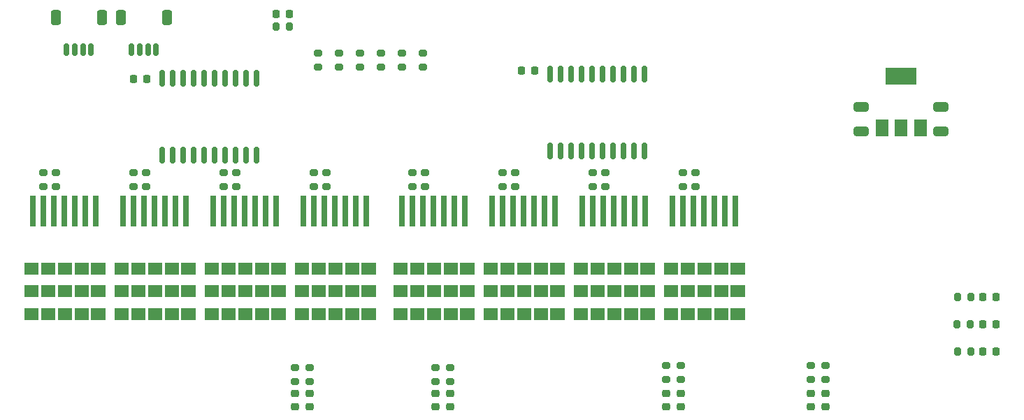
<source format=gtp>
G04 #@! TF.GenerationSoftware,KiCad,Pcbnew,(6.0.0)*
G04 #@! TF.CreationDate,2022-12-27T21:59:09-05:00*
G04 #@! TF.ProjectId,i2c BTS7960,69326320-4254-4533-9739-36302e6b6963,rev?*
G04 #@! TF.SameCoordinates,Original*
G04 #@! TF.FileFunction,Paste,Top*
G04 #@! TF.FilePolarity,Positive*
%FSLAX46Y46*%
G04 Gerber Fmt 4.6, Leading zero omitted, Abs format (unit mm)*
G04 Created by KiCad (PCBNEW (6.0.0)) date 2022-12-27 21:59:09*
%MOMM*%
%LPD*%
G01*
G04 APERTURE LIST*
G04 Aperture macros list*
%AMRoundRect*
0 Rectangle with rounded corners*
0 $1 Rounding radius*
0 $2 $3 $4 $5 $6 $7 $8 $9 X,Y pos of 4 corners*
0 Add a 4 corners polygon primitive as box body*
4,1,4,$2,$3,$4,$5,$6,$7,$8,$9,$2,$3,0*
0 Add four circle primitives for the rounded corners*
1,1,$1+$1,$2,$3*
1,1,$1+$1,$4,$5*
1,1,$1+$1,$6,$7*
1,1,$1+$1,$8,$9*
0 Add four rect primitives between the rounded corners*
20,1,$1+$1,$2,$3,$4,$5,0*
20,1,$1+$1,$4,$5,$6,$7,0*
20,1,$1+$1,$6,$7,$8,$9,0*
20,1,$1+$1,$8,$9,$2,$3,0*%
G04 Aperture macros list end*
%ADD10C,0.010000*%
%ADD11RoundRect,0.200000X-0.200000X-0.275000X0.200000X-0.275000X0.200000X0.275000X-0.200000X0.275000X0*%
%ADD12RoundRect,0.200000X0.275000X-0.200000X0.275000X0.200000X-0.275000X0.200000X-0.275000X-0.200000X0*%
%ADD13RoundRect,0.200000X-0.275000X0.200000X-0.275000X-0.200000X0.275000X-0.200000X0.275000X0.200000X0*%
%ADD14RoundRect,0.218750X0.256250X-0.218750X0.256250X0.218750X-0.256250X0.218750X-0.256250X-0.218750X0*%
%ADD15RoundRect,0.218750X0.218750X0.256250X-0.218750X0.256250X-0.218750X-0.256250X0.218750X-0.256250X0*%
%ADD16R,1.500000X2.000000*%
%ADD17R,3.800000X2.000000*%
%ADD18RoundRect,0.150000X0.150000X-0.875000X0.150000X0.875000X-0.150000X0.875000X-0.150000X-0.875000X0*%
%ADD19RoundRect,0.225000X0.225000X0.250000X-0.225000X0.250000X-0.225000X-0.250000X0.225000X-0.250000X0*%
%ADD20RoundRect,0.200000X0.200000X0.275000X-0.200000X0.275000X-0.200000X-0.275000X0.200000X-0.275000X0*%
%ADD21R,0.800000X3.810000*%
%ADD22RoundRect,0.150000X0.150000X0.625000X-0.150000X0.625000X-0.150000X-0.625000X0.150000X-0.625000X0*%
%ADD23RoundRect,0.250000X0.350000X0.650000X-0.350000X0.650000X-0.350000X-0.650000X0.350000X-0.650000X0*%
%ADD24RoundRect,0.250000X-0.650000X0.325000X-0.650000X-0.325000X0.650000X-0.325000X0.650000X0.325000X0*%
%ADD25RoundRect,0.218750X-0.218750X-0.256250X0.218750X-0.256250X0.218750X0.256250X-0.218750X0.256250X0*%
%ADD26RoundRect,0.250000X0.650000X-0.325000X0.650000X0.325000X-0.650000X0.325000X-0.650000X-0.325000X0*%
G04 APERTURE END LIST*
D10*
X151967000Y-112897000D02*
X151967000Y-114247000D01*
X151967000Y-114247000D02*
X150317000Y-114247000D01*
X150317000Y-114247000D02*
X150317000Y-112897000D01*
X150317000Y-112897000D02*
X151967000Y-112897000D01*
G36*
X151967000Y-114247000D02*
G01*
X150317000Y-114247000D01*
X150317000Y-112897000D01*
X151967000Y-112897000D01*
X151967000Y-114247000D01*
G37*
X151967000Y-114247000D02*
X150317000Y-114247000D01*
X150317000Y-112897000D01*
X151967000Y-112897000D01*
X151967000Y-114247000D01*
X149947000Y-118417000D02*
X149947000Y-119767000D01*
X149947000Y-119767000D02*
X148297000Y-119767000D01*
X148297000Y-119767000D02*
X148297000Y-118417000D01*
X148297000Y-118417000D02*
X149947000Y-118417000D01*
G36*
X149947000Y-119767000D02*
G01*
X148297000Y-119767000D01*
X148297000Y-118417000D01*
X149947000Y-118417000D01*
X149947000Y-119767000D01*
G37*
X149947000Y-119767000D02*
X148297000Y-119767000D01*
X148297000Y-118417000D01*
X149947000Y-118417000D01*
X149947000Y-119767000D01*
X149947000Y-115657000D02*
X149947000Y-117007000D01*
X149947000Y-117007000D02*
X148297000Y-117007000D01*
X148297000Y-117007000D02*
X148297000Y-115657000D01*
X148297000Y-115657000D02*
X149947000Y-115657000D01*
G36*
X149947000Y-117007000D02*
G01*
X148297000Y-117007000D01*
X148297000Y-115657000D01*
X149947000Y-115657000D01*
X149947000Y-117007000D01*
G37*
X149947000Y-117007000D02*
X148297000Y-117007000D01*
X148297000Y-115657000D01*
X149947000Y-115657000D01*
X149947000Y-117007000D01*
X153987000Y-118417000D02*
X153987000Y-119767000D01*
X153987000Y-119767000D02*
X152337000Y-119767000D01*
X152337000Y-119767000D02*
X152337000Y-118417000D01*
X152337000Y-118417000D02*
X153987000Y-118417000D01*
G36*
X153987000Y-119767000D02*
G01*
X152337000Y-119767000D01*
X152337000Y-118417000D01*
X153987000Y-118417000D01*
X153987000Y-119767000D01*
G37*
X153987000Y-119767000D02*
X152337000Y-119767000D01*
X152337000Y-118417000D01*
X153987000Y-118417000D01*
X153987000Y-119767000D01*
X149947000Y-112897000D02*
X149947000Y-114247000D01*
X149947000Y-114247000D02*
X148297000Y-114247000D01*
X148297000Y-114247000D02*
X148297000Y-112897000D01*
X148297000Y-112897000D02*
X149947000Y-112897000D01*
G36*
X149947000Y-114247000D02*
G01*
X148297000Y-114247000D01*
X148297000Y-112897000D01*
X149947000Y-112897000D01*
X149947000Y-114247000D01*
G37*
X149947000Y-114247000D02*
X148297000Y-114247000D01*
X148297000Y-112897000D01*
X149947000Y-112897000D01*
X149947000Y-114247000D01*
X156007000Y-112897000D02*
X156007000Y-114247000D01*
X156007000Y-114247000D02*
X154357000Y-114247000D01*
X154357000Y-114247000D02*
X154357000Y-112897000D01*
X154357000Y-112897000D02*
X156007000Y-112897000D01*
G36*
X156007000Y-114247000D02*
G01*
X154357000Y-114247000D01*
X154357000Y-112897000D01*
X156007000Y-112897000D01*
X156007000Y-114247000D01*
G37*
X156007000Y-114247000D02*
X154357000Y-114247000D01*
X154357000Y-112897000D01*
X156007000Y-112897000D01*
X156007000Y-114247000D01*
X158027000Y-118417000D02*
X158027000Y-119767000D01*
X158027000Y-119767000D02*
X156377000Y-119767000D01*
X156377000Y-119767000D02*
X156377000Y-118417000D01*
X156377000Y-118417000D02*
X158027000Y-118417000D01*
G36*
X158027000Y-119767000D02*
G01*
X156377000Y-119767000D01*
X156377000Y-118417000D01*
X158027000Y-118417000D01*
X158027000Y-119767000D01*
G37*
X158027000Y-119767000D02*
X156377000Y-119767000D01*
X156377000Y-118417000D01*
X158027000Y-118417000D01*
X158027000Y-119767000D01*
X153987000Y-115657000D02*
X153987000Y-117007000D01*
X153987000Y-117007000D02*
X152337000Y-117007000D01*
X152337000Y-117007000D02*
X152337000Y-115657000D01*
X152337000Y-115657000D02*
X153987000Y-115657000D01*
G36*
X153987000Y-117007000D02*
G01*
X152337000Y-117007000D01*
X152337000Y-115657000D01*
X153987000Y-115657000D01*
X153987000Y-117007000D01*
G37*
X153987000Y-117007000D02*
X152337000Y-117007000D01*
X152337000Y-115657000D01*
X153987000Y-115657000D01*
X153987000Y-117007000D01*
X156007000Y-115657000D02*
X156007000Y-117007000D01*
X156007000Y-117007000D02*
X154357000Y-117007000D01*
X154357000Y-117007000D02*
X154357000Y-115657000D01*
X154357000Y-115657000D02*
X156007000Y-115657000D01*
G36*
X156007000Y-117007000D02*
G01*
X154357000Y-117007000D01*
X154357000Y-115657000D01*
X156007000Y-115657000D01*
X156007000Y-117007000D01*
G37*
X156007000Y-117007000D02*
X154357000Y-117007000D01*
X154357000Y-115657000D01*
X156007000Y-115657000D01*
X156007000Y-117007000D01*
X153987000Y-112897000D02*
X153987000Y-114247000D01*
X153987000Y-114247000D02*
X152337000Y-114247000D01*
X152337000Y-114247000D02*
X152337000Y-112897000D01*
X152337000Y-112897000D02*
X153987000Y-112897000D01*
G36*
X153987000Y-114247000D02*
G01*
X152337000Y-114247000D01*
X152337000Y-112897000D01*
X153987000Y-112897000D01*
X153987000Y-114247000D01*
G37*
X153987000Y-114247000D02*
X152337000Y-114247000D01*
X152337000Y-112897000D01*
X153987000Y-112897000D01*
X153987000Y-114247000D01*
X158027000Y-115657000D02*
X158027000Y-117007000D01*
X158027000Y-117007000D02*
X156377000Y-117007000D01*
X156377000Y-117007000D02*
X156377000Y-115657000D01*
X156377000Y-115657000D02*
X158027000Y-115657000D01*
G36*
X158027000Y-117007000D02*
G01*
X156377000Y-117007000D01*
X156377000Y-115657000D01*
X158027000Y-115657000D01*
X158027000Y-117007000D01*
G37*
X158027000Y-117007000D02*
X156377000Y-117007000D01*
X156377000Y-115657000D01*
X158027000Y-115657000D01*
X158027000Y-117007000D01*
X158027000Y-112897000D02*
X158027000Y-114247000D01*
X158027000Y-114247000D02*
X156377000Y-114247000D01*
X156377000Y-114247000D02*
X156377000Y-112897000D01*
X156377000Y-112897000D02*
X158027000Y-112897000D01*
G36*
X158027000Y-114247000D02*
G01*
X156377000Y-114247000D01*
X156377000Y-112897000D01*
X158027000Y-112897000D01*
X158027000Y-114247000D01*
G37*
X158027000Y-114247000D02*
X156377000Y-114247000D01*
X156377000Y-112897000D01*
X158027000Y-112897000D01*
X158027000Y-114247000D01*
X151967000Y-115657000D02*
X151967000Y-117007000D01*
X151967000Y-117007000D02*
X150317000Y-117007000D01*
X150317000Y-117007000D02*
X150317000Y-115657000D01*
X150317000Y-115657000D02*
X151967000Y-115657000D01*
G36*
X151967000Y-117007000D02*
G01*
X150317000Y-117007000D01*
X150317000Y-115657000D01*
X151967000Y-115657000D01*
X151967000Y-117007000D01*
G37*
X151967000Y-117007000D02*
X150317000Y-117007000D01*
X150317000Y-115657000D01*
X151967000Y-115657000D01*
X151967000Y-117007000D01*
X151967000Y-118417000D02*
X151967000Y-119767000D01*
X151967000Y-119767000D02*
X150317000Y-119767000D01*
X150317000Y-119767000D02*
X150317000Y-118417000D01*
X150317000Y-118417000D02*
X151967000Y-118417000D01*
G36*
X151967000Y-119767000D02*
G01*
X150317000Y-119767000D01*
X150317000Y-118417000D01*
X151967000Y-118417000D01*
X151967000Y-119767000D01*
G37*
X151967000Y-119767000D02*
X150317000Y-119767000D01*
X150317000Y-118417000D01*
X151967000Y-118417000D01*
X151967000Y-119767000D01*
X156007000Y-118417000D02*
X156007000Y-119767000D01*
X156007000Y-119767000D02*
X154357000Y-119767000D01*
X154357000Y-119767000D02*
X154357000Y-118417000D01*
X154357000Y-118417000D02*
X156007000Y-118417000D01*
G36*
X156007000Y-119767000D02*
G01*
X154357000Y-119767000D01*
X154357000Y-118417000D01*
X156007000Y-118417000D01*
X156007000Y-119767000D01*
G37*
X156007000Y-119767000D02*
X154357000Y-119767000D01*
X154357000Y-118417000D01*
X156007000Y-118417000D01*
X156007000Y-119767000D01*
X127087000Y-112897000D02*
X127087000Y-114247000D01*
X127087000Y-114247000D02*
X125437000Y-114247000D01*
X125437000Y-114247000D02*
X125437000Y-112897000D01*
X125437000Y-112897000D02*
X127087000Y-112897000D01*
G36*
X127087000Y-114247000D02*
G01*
X125437000Y-114247000D01*
X125437000Y-112897000D01*
X127087000Y-112897000D01*
X127087000Y-114247000D01*
G37*
X127087000Y-114247000D02*
X125437000Y-114247000D01*
X125437000Y-112897000D01*
X127087000Y-112897000D01*
X127087000Y-114247000D01*
X131127000Y-115657000D02*
X131127000Y-117007000D01*
X131127000Y-117007000D02*
X129477000Y-117007000D01*
X129477000Y-117007000D02*
X129477000Y-115657000D01*
X129477000Y-115657000D02*
X131127000Y-115657000D01*
G36*
X131127000Y-117007000D02*
G01*
X129477000Y-117007000D01*
X129477000Y-115657000D01*
X131127000Y-115657000D01*
X131127000Y-117007000D01*
G37*
X131127000Y-117007000D02*
X129477000Y-117007000D01*
X129477000Y-115657000D01*
X131127000Y-115657000D01*
X131127000Y-117007000D01*
X129107000Y-115657000D02*
X129107000Y-117007000D01*
X129107000Y-117007000D02*
X127457000Y-117007000D01*
X127457000Y-117007000D02*
X127457000Y-115657000D01*
X127457000Y-115657000D02*
X129107000Y-115657000D01*
G36*
X129107000Y-117007000D02*
G01*
X127457000Y-117007000D01*
X127457000Y-115657000D01*
X129107000Y-115657000D01*
X129107000Y-117007000D01*
G37*
X129107000Y-117007000D02*
X127457000Y-117007000D01*
X127457000Y-115657000D01*
X129107000Y-115657000D01*
X129107000Y-117007000D01*
X135167000Y-118417000D02*
X135167000Y-119767000D01*
X135167000Y-119767000D02*
X133517000Y-119767000D01*
X133517000Y-119767000D02*
X133517000Y-118417000D01*
X133517000Y-118417000D02*
X135167000Y-118417000D01*
G36*
X135167000Y-119767000D02*
G01*
X133517000Y-119767000D01*
X133517000Y-118417000D01*
X135167000Y-118417000D01*
X135167000Y-119767000D01*
G37*
X135167000Y-119767000D02*
X133517000Y-119767000D01*
X133517000Y-118417000D01*
X135167000Y-118417000D01*
X135167000Y-119767000D01*
X135167000Y-115657000D02*
X135167000Y-117007000D01*
X135167000Y-117007000D02*
X133517000Y-117007000D01*
X133517000Y-117007000D02*
X133517000Y-115657000D01*
X133517000Y-115657000D02*
X135167000Y-115657000D01*
G36*
X135167000Y-117007000D02*
G01*
X133517000Y-117007000D01*
X133517000Y-115657000D01*
X135167000Y-115657000D01*
X135167000Y-117007000D01*
G37*
X135167000Y-117007000D02*
X133517000Y-117007000D01*
X133517000Y-115657000D01*
X135167000Y-115657000D01*
X135167000Y-117007000D01*
X131127000Y-118417000D02*
X131127000Y-119767000D01*
X131127000Y-119767000D02*
X129477000Y-119767000D01*
X129477000Y-119767000D02*
X129477000Y-118417000D01*
X129477000Y-118417000D02*
X131127000Y-118417000D01*
G36*
X131127000Y-119767000D02*
G01*
X129477000Y-119767000D01*
X129477000Y-118417000D01*
X131127000Y-118417000D01*
X131127000Y-119767000D01*
G37*
X131127000Y-119767000D02*
X129477000Y-119767000D01*
X129477000Y-118417000D01*
X131127000Y-118417000D01*
X131127000Y-119767000D01*
X127087000Y-118417000D02*
X127087000Y-119767000D01*
X127087000Y-119767000D02*
X125437000Y-119767000D01*
X125437000Y-119767000D02*
X125437000Y-118417000D01*
X125437000Y-118417000D02*
X127087000Y-118417000D01*
G36*
X127087000Y-119767000D02*
G01*
X125437000Y-119767000D01*
X125437000Y-118417000D01*
X127087000Y-118417000D01*
X127087000Y-119767000D01*
G37*
X127087000Y-119767000D02*
X125437000Y-119767000D01*
X125437000Y-118417000D01*
X127087000Y-118417000D01*
X127087000Y-119767000D01*
X133147000Y-118417000D02*
X133147000Y-119767000D01*
X133147000Y-119767000D02*
X131497000Y-119767000D01*
X131497000Y-119767000D02*
X131497000Y-118417000D01*
X131497000Y-118417000D02*
X133147000Y-118417000D01*
G36*
X133147000Y-119767000D02*
G01*
X131497000Y-119767000D01*
X131497000Y-118417000D01*
X133147000Y-118417000D01*
X133147000Y-119767000D01*
G37*
X133147000Y-119767000D02*
X131497000Y-119767000D01*
X131497000Y-118417000D01*
X133147000Y-118417000D01*
X133147000Y-119767000D01*
X135167000Y-112897000D02*
X135167000Y-114247000D01*
X135167000Y-114247000D02*
X133517000Y-114247000D01*
X133517000Y-114247000D02*
X133517000Y-112897000D01*
X133517000Y-112897000D02*
X135167000Y-112897000D01*
G36*
X135167000Y-114247000D02*
G01*
X133517000Y-114247000D01*
X133517000Y-112897000D01*
X135167000Y-112897000D01*
X135167000Y-114247000D01*
G37*
X135167000Y-114247000D02*
X133517000Y-114247000D01*
X133517000Y-112897000D01*
X135167000Y-112897000D01*
X135167000Y-114247000D01*
X129107000Y-118417000D02*
X129107000Y-119767000D01*
X129107000Y-119767000D02*
X127457000Y-119767000D01*
X127457000Y-119767000D02*
X127457000Y-118417000D01*
X127457000Y-118417000D02*
X129107000Y-118417000D01*
G36*
X129107000Y-119767000D02*
G01*
X127457000Y-119767000D01*
X127457000Y-118417000D01*
X129107000Y-118417000D01*
X129107000Y-119767000D01*
G37*
X129107000Y-119767000D02*
X127457000Y-119767000D01*
X127457000Y-118417000D01*
X129107000Y-118417000D01*
X129107000Y-119767000D01*
X129107000Y-112897000D02*
X129107000Y-114247000D01*
X129107000Y-114247000D02*
X127457000Y-114247000D01*
X127457000Y-114247000D02*
X127457000Y-112897000D01*
X127457000Y-112897000D02*
X129107000Y-112897000D01*
G36*
X129107000Y-114247000D02*
G01*
X127457000Y-114247000D01*
X127457000Y-112897000D01*
X129107000Y-112897000D01*
X129107000Y-114247000D01*
G37*
X129107000Y-114247000D02*
X127457000Y-114247000D01*
X127457000Y-112897000D01*
X129107000Y-112897000D01*
X129107000Y-114247000D01*
X127087000Y-115657000D02*
X127087000Y-117007000D01*
X127087000Y-117007000D02*
X125437000Y-117007000D01*
X125437000Y-117007000D02*
X125437000Y-115657000D01*
X125437000Y-115657000D02*
X127087000Y-115657000D01*
G36*
X127087000Y-117007000D02*
G01*
X125437000Y-117007000D01*
X125437000Y-115657000D01*
X127087000Y-115657000D01*
X127087000Y-117007000D01*
G37*
X127087000Y-117007000D02*
X125437000Y-117007000D01*
X125437000Y-115657000D01*
X127087000Y-115657000D01*
X127087000Y-117007000D01*
X131127000Y-112897000D02*
X131127000Y-114247000D01*
X131127000Y-114247000D02*
X129477000Y-114247000D01*
X129477000Y-114247000D02*
X129477000Y-112897000D01*
X129477000Y-112897000D02*
X131127000Y-112897000D01*
G36*
X131127000Y-114247000D02*
G01*
X129477000Y-114247000D01*
X129477000Y-112897000D01*
X131127000Y-112897000D01*
X131127000Y-114247000D01*
G37*
X131127000Y-114247000D02*
X129477000Y-114247000D01*
X129477000Y-112897000D01*
X131127000Y-112897000D01*
X131127000Y-114247000D01*
X133147000Y-115657000D02*
X133147000Y-117007000D01*
X133147000Y-117007000D02*
X131497000Y-117007000D01*
X131497000Y-117007000D02*
X131497000Y-115657000D01*
X131497000Y-115657000D02*
X133147000Y-115657000D01*
G36*
X133147000Y-117007000D02*
G01*
X131497000Y-117007000D01*
X131497000Y-115657000D01*
X133147000Y-115657000D01*
X133147000Y-117007000D01*
G37*
X133147000Y-117007000D02*
X131497000Y-117007000D01*
X131497000Y-115657000D01*
X133147000Y-115657000D01*
X133147000Y-117007000D01*
X133147000Y-112897000D02*
X133147000Y-114247000D01*
X133147000Y-114247000D02*
X131497000Y-114247000D01*
X131497000Y-114247000D02*
X131497000Y-112897000D01*
X131497000Y-112897000D02*
X133147000Y-112897000D01*
G36*
X133147000Y-114247000D02*
G01*
X131497000Y-114247000D01*
X131497000Y-112897000D01*
X133147000Y-112897000D01*
X133147000Y-114247000D01*
G37*
X133147000Y-114247000D02*
X131497000Y-114247000D01*
X131497000Y-112897000D01*
X133147000Y-112897000D01*
X133147000Y-114247000D01*
X188773000Y-115657000D02*
X188773000Y-117007000D01*
X188773000Y-117007000D02*
X187123000Y-117007000D01*
X187123000Y-117007000D02*
X187123000Y-115657000D01*
X187123000Y-115657000D02*
X188773000Y-115657000D01*
G36*
X188773000Y-117007000D02*
G01*
X187123000Y-117007000D01*
X187123000Y-115657000D01*
X188773000Y-115657000D01*
X188773000Y-117007000D01*
G37*
X188773000Y-117007000D02*
X187123000Y-117007000D01*
X187123000Y-115657000D01*
X188773000Y-115657000D01*
X188773000Y-117007000D01*
X188773000Y-118417000D02*
X188773000Y-119767000D01*
X188773000Y-119767000D02*
X187123000Y-119767000D01*
X187123000Y-119767000D02*
X187123000Y-118417000D01*
X187123000Y-118417000D02*
X188773000Y-118417000D01*
G36*
X188773000Y-119767000D02*
G01*
X187123000Y-119767000D01*
X187123000Y-118417000D01*
X188773000Y-118417000D01*
X188773000Y-119767000D01*
G37*
X188773000Y-119767000D02*
X187123000Y-119767000D01*
X187123000Y-118417000D01*
X188773000Y-118417000D01*
X188773000Y-119767000D01*
X188773000Y-112897000D02*
X188773000Y-114247000D01*
X188773000Y-114247000D02*
X187123000Y-114247000D01*
X187123000Y-114247000D02*
X187123000Y-112897000D01*
X187123000Y-112897000D02*
X188773000Y-112897000D01*
G36*
X188773000Y-114247000D02*
G01*
X187123000Y-114247000D01*
X187123000Y-112897000D01*
X188773000Y-112897000D01*
X188773000Y-114247000D01*
G37*
X188773000Y-114247000D02*
X187123000Y-114247000D01*
X187123000Y-112897000D01*
X188773000Y-112897000D01*
X188773000Y-114247000D01*
X184733000Y-112897000D02*
X184733000Y-114247000D01*
X184733000Y-114247000D02*
X183083000Y-114247000D01*
X183083000Y-114247000D02*
X183083000Y-112897000D01*
X183083000Y-112897000D02*
X184733000Y-112897000D01*
G36*
X184733000Y-114247000D02*
G01*
X183083000Y-114247000D01*
X183083000Y-112897000D01*
X184733000Y-112897000D01*
X184733000Y-114247000D01*
G37*
X184733000Y-114247000D02*
X183083000Y-114247000D01*
X183083000Y-112897000D01*
X184733000Y-112897000D01*
X184733000Y-114247000D01*
X184733000Y-118417000D02*
X184733000Y-119767000D01*
X184733000Y-119767000D02*
X183083000Y-119767000D01*
X183083000Y-119767000D02*
X183083000Y-118417000D01*
X183083000Y-118417000D02*
X184733000Y-118417000D01*
G36*
X184733000Y-119767000D02*
G01*
X183083000Y-119767000D01*
X183083000Y-118417000D01*
X184733000Y-118417000D01*
X184733000Y-119767000D01*
G37*
X184733000Y-119767000D02*
X183083000Y-119767000D01*
X183083000Y-118417000D01*
X184733000Y-118417000D01*
X184733000Y-119767000D01*
X186753000Y-112897000D02*
X186753000Y-114247000D01*
X186753000Y-114247000D02*
X185103000Y-114247000D01*
X185103000Y-114247000D02*
X185103000Y-112897000D01*
X185103000Y-112897000D02*
X186753000Y-112897000D01*
G36*
X186753000Y-114247000D02*
G01*
X185103000Y-114247000D01*
X185103000Y-112897000D01*
X186753000Y-112897000D01*
X186753000Y-114247000D01*
G37*
X186753000Y-114247000D02*
X185103000Y-114247000D01*
X185103000Y-112897000D01*
X186753000Y-112897000D01*
X186753000Y-114247000D01*
X184733000Y-115657000D02*
X184733000Y-117007000D01*
X184733000Y-117007000D02*
X183083000Y-117007000D01*
X183083000Y-117007000D02*
X183083000Y-115657000D01*
X183083000Y-115657000D02*
X184733000Y-115657000D01*
G36*
X184733000Y-117007000D02*
G01*
X183083000Y-117007000D01*
X183083000Y-115657000D01*
X184733000Y-115657000D01*
X184733000Y-117007000D01*
G37*
X184733000Y-117007000D02*
X183083000Y-117007000D01*
X183083000Y-115657000D01*
X184733000Y-115657000D01*
X184733000Y-117007000D01*
X190793000Y-118417000D02*
X190793000Y-119767000D01*
X190793000Y-119767000D02*
X189143000Y-119767000D01*
X189143000Y-119767000D02*
X189143000Y-118417000D01*
X189143000Y-118417000D02*
X190793000Y-118417000D01*
G36*
X190793000Y-119767000D02*
G01*
X189143000Y-119767000D01*
X189143000Y-118417000D01*
X190793000Y-118417000D01*
X190793000Y-119767000D01*
G37*
X190793000Y-119767000D02*
X189143000Y-119767000D01*
X189143000Y-118417000D01*
X190793000Y-118417000D01*
X190793000Y-119767000D01*
X190793000Y-115657000D02*
X190793000Y-117007000D01*
X190793000Y-117007000D02*
X189143000Y-117007000D01*
X189143000Y-117007000D02*
X189143000Y-115657000D01*
X189143000Y-115657000D02*
X190793000Y-115657000D01*
G36*
X190793000Y-117007000D02*
G01*
X189143000Y-117007000D01*
X189143000Y-115657000D01*
X190793000Y-115657000D01*
X190793000Y-117007000D01*
G37*
X190793000Y-117007000D02*
X189143000Y-117007000D01*
X189143000Y-115657000D01*
X190793000Y-115657000D01*
X190793000Y-117007000D01*
X190793000Y-112897000D02*
X190793000Y-114247000D01*
X190793000Y-114247000D02*
X189143000Y-114247000D01*
X189143000Y-114247000D02*
X189143000Y-112897000D01*
X189143000Y-112897000D02*
X190793000Y-112897000D01*
G36*
X190793000Y-114247000D02*
G01*
X189143000Y-114247000D01*
X189143000Y-112897000D01*
X190793000Y-112897000D01*
X190793000Y-114247000D01*
G37*
X190793000Y-114247000D02*
X189143000Y-114247000D01*
X189143000Y-112897000D01*
X190793000Y-112897000D01*
X190793000Y-114247000D01*
X182713000Y-115657000D02*
X182713000Y-117007000D01*
X182713000Y-117007000D02*
X181063000Y-117007000D01*
X181063000Y-117007000D02*
X181063000Y-115657000D01*
X181063000Y-115657000D02*
X182713000Y-115657000D01*
G36*
X182713000Y-117007000D02*
G01*
X181063000Y-117007000D01*
X181063000Y-115657000D01*
X182713000Y-115657000D01*
X182713000Y-117007000D01*
G37*
X182713000Y-117007000D02*
X181063000Y-117007000D01*
X181063000Y-115657000D01*
X182713000Y-115657000D01*
X182713000Y-117007000D01*
X186753000Y-118417000D02*
X186753000Y-119767000D01*
X186753000Y-119767000D02*
X185103000Y-119767000D01*
X185103000Y-119767000D02*
X185103000Y-118417000D01*
X185103000Y-118417000D02*
X186753000Y-118417000D01*
G36*
X186753000Y-119767000D02*
G01*
X185103000Y-119767000D01*
X185103000Y-118417000D01*
X186753000Y-118417000D01*
X186753000Y-119767000D01*
G37*
X186753000Y-119767000D02*
X185103000Y-119767000D01*
X185103000Y-118417000D01*
X186753000Y-118417000D01*
X186753000Y-119767000D01*
X182713000Y-112897000D02*
X182713000Y-114247000D01*
X182713000Y-114247000D02*
X181063000Y-114247000D01*
X181063000Y-114247000D02*
X181063000Y-112897000D01*
X181063000Y-112897000D02*
X182713000Y-112897000D01*
G36*
X182713000Y-114247000D02*
G01*
X181063000Y-114247000D01*
X181063000Y-112897000D01*
X182713000Y-112897000D01*
X182713000Y-114247000D01*
G37*
X182713000Y-114247000D02*
X181063000Y-114247000D01*
X181063000Y-112897000D01*
X182713000Y-112897000D01*
X182713000Y-114247000D01*
X186753000Y-115657000D02*
X186753000Y-117007000D01*
X186753000Y-117007000D02*
X185103000Y-117007000D01*
X185103000Y-117007000D02*
X185103000Y-115657000D01*
X185103000Y-115657000D02*
X186753000Y-115657000D01*
G36*
X186753000Y-117007000D02*
G01*
X185103000Y-117007000D01*
X185103000Y-115657000D01*
X186753000Y-115657000D01*
X186753000Y-117007000D01*
G37*
X186753000Y-117007000D02*
X185103000Y-117007000D01*
X185103000Y-115657000D01*
X186753000Y-115657000D01*
X186753000Y-117007000D01*
X182713000Y-118417000D02*
X182713000Y-119767000D01*
X182713000Y-119767000D02*
X181063000Y-119767000D01*
X181063000Y-119767000D02*
X181063000Y-118417000D01*
X181063000Y-118417000D02*
X182713000Y-118417000D01*
G36*
X182713000Y-119767000D02*
G01*
X181063000Y-119767000D01*
X181063000Y-118417000D01*
X182713000Y-118417000D01*
X182713000Y-119767000D01*
G37*
X182713000Y-119767000D02*
X181063000Y-119767000D01*
X181063000Y-118417000D01*
X182713000Y-118417000D01*
X182713000Y-119767000D01*
X173811000Y-115657000D02*
X173811000Y-117007000D01*
X173811000Y-117007000D02*
X172161000Y-117007000D01*
X172161000Y-117007000D02*
X172161000Y-115657000D01*
X172161000Y-115657000D02*
X173811000Y-115657000D01*
G36*
X173811000Y-117007000D02*
G01*
X172161000Y-117007000D01*
X172161000Y-115657000D01*
X173811000Y-115657000D01*
X173811000Y-117007000D01*
G37*
X173811000Y-117007000D02*
X172161000Y-117007000D01*
X172161000Y-115657000D01*
X173811000Y-115657000D01*
X173811000Y-117007000D01*
X171791000Y-115657000D02*
X171791000Y-117007000D01*
X171791000Y-117007000D02*
X170141000Y-117007000D01*
X170141000Y-117007000D02*
X170141000Y-115657000D01*
X170141000Y-115657000D02*
X171791000Y-115657000D01*
G36*
X171791000Y-117007000D02*
G01*
X170141000Y-117007000D01*
X170141000Y-115657000D01*
X171791000Y-115657000D01*
X171791000Y-117007000D01*
G37*
X171791000Y-117007000D02*
X170141000Y-117007000D01*
X170141000Y-115657000D01*
X171791000Y-115657000D01*
X171791000Y-117007000D01*
X179871000Y-112897000D02*
X179871000Y-114247000D01*
X179871000Y-114247000D02*
X178221000Y-114247000D01*
X178221000Y-114247000D02*
X178221000Y-112897000D01*
X178221000Y-112897000D02*
X179871000Y-112897000D01*
G36*
X179871000Y-114247000D02*
G01*
X178221000Y-114247000D01*
X178221000Y-112897000D01*
X179871000Y-112897000D01*
X179871000Y-114247000D01*
G37*
X179871000Y-114247000D02*
X178221000Y-114247000D01*
X178221000Y-112897000D01*
X179871000Y-112897000D01*
X179871000Y-114247000D01*
X175831000Y-115657000D02*
X175831000Y-117007000D01*
X175831000Y-117007000D02*
X174181000Y-117007000D01*
X174181000Y-117007000D02*
X174181000Y-115657000D01*
X174181000Y-115657000D02*
X175831000Y-115657000D01*
G36*
X175831000Y-117007000D02*
G01*
X174181000Y-117007000D01*
X174181000Y-115657000D01*
X175831000Y-115657000D01*
X175831000Y-117007000D01*
G37*
X175831000Y-117007000D02*
X174181000Y-117007000D01*
X174181000Y-115657000D01*
X175831000Y-115657000D01*
X175831000Y-117007000D01*
X171791000Y-112897000D02*
X171791000Y-114247000D01*
X171791000Y-114247000D02*
X170141000Y-114247000D01*
X170141000Y-114247000D02*
X170141000Y-112897000D01*
X170141000Y-112897000D02*
X171791000Y-112897000D01*
G36*
X171791000Y-114247000D02*
G01*
X170141000Y-114247000D01*
X170141000Y-112897000D01*
X171791000Y-112897000D01*
X171791000Y-114247000D01*
G37*
X171791000Y-114247000D02*
X170141000Y-114247000D01*
X170141000Y-112897000D01*
X171791000Y-112897000D01*
X171791000Y-114247000D01*
X177851000Y-118417000D02*
X177851000Y-119767000D01*
X177851000Y-119767000D02*
X176201000Y-119767000D01*
X176201000Y-119767000D02*
X176201000Y-118417000D01*
X176201000Y-118417000D02*
X177851000Y-118417000D01*
G36*
X177851000Y-119767000D02*
G01*
X176201000Y-119767000D01*
X176201000Y-118417000D01*
X177851000Y-118417000D01*
X177851000Y-119767000D01*
G37*
X177851000Y-119767000D02*
X176201000Y-119767000D01*
X176201000Y-118417000D01*
X177851000Y-118417000D01*
X177851000Y-119767000D01*
X179871000Y-118417000D02*
X179871000Y-119767000D01*
X179871000Y-119767000D02*
X178221000Y-119767000D01*
X178221000Y-119767000D02*
X178221000Y-118417000D01*
X178221000Y-118417000D02*
X179871000Y-118417000D01*
G36*
X179871000Y-119767000D02*
G01*
X178221000Y-119767000D01*
X178221000Y-118417000D01*
X179871000Y-118417000D01*
X179871000Y-119767000D01*
G37*
X179871000Y-119767000D02*
X178221000Y-119767000D01*
X178221000Y-118417000D01*
X179871000Y-118417000D01*
X179871000Y-119767000D01*
X179871000Y-115657000D02*
X179871000Y-117007000D01*
X179871000Y-117007000D02*
X178221000Y-117007000D01*
X178221000Y-117007000D02*
X178221000Y-115657000D01*
X178221000Y-115657000D02*
X179871000Y-115657000D01*
G36*
X179871000Y-117007000D02*
G01*
X178221000Y-117007000D01*
X178221000Y-115657000D01*
X179871000Y-115657000D01*
X179871000Y-117007000D01*
G37*
X179871000Y-117007000D02*
X178221000Y-117007000D01*
X178221000Y-115657000D01*
X179871000Y-115657000D01*
X179871000Y-117007000D01*
X177851000Y-112897000D02*
X177851000Y-114247000D01*
X177851000Y-114247000D02*
X176201000Y-114247000D01*
X176201000Y-114247000D02*
X176201000Y-112897000D01*
X176201000Y-112897000D02*
X177851000Y-112897000D01*
G36*
X177851000Y-114247000D02*
G01*
X176201000Y-114247000D01*
X176201000Y-112897000D01*
X177851000Y-112897000D01*
X177851000Y-114247000D01*
G37*
X177851000Y-114247000D02*
X176201000Y-114247000D01*
X176201000Y-112897000D01*
X177851000Y-112897000D01*
X177851000Y-114247000D01*
X175831000Y-112897000D02*
X175831000Y-114247000D01*
X175831000Y-114247000D02*
X174181000Y-114247000D01*
X174181000Y-114247000D02*
X174181000Y-112897000D01*
X174181000Y-112897000D02*
X175831000Y-112897000D01*
G36*
X175831000Y-114247000D02*
G01*
X174181000Y-114247000D01*
X174181000Y-112897000D01*
X175831000Y-112897000D01*
X175831000Y-114247000D01*
G37*
X175831000Y-114247000D02*
X174181000Y-114247000D01*
X174181000Y-112897000D01*
X175831000Y-112897000D01*
X175831000Y-114247000D01*
X175831000Y-118417000D02*
X175831000Y-119767000D01*
X175831000Y-119767000D02*
X174181000Y-119767000D01*
X174181000Y-119767000D02*
X174181000Y-118417000D01*
X174181000Y-118417000D02*
X175831000Y-118417000D01*
G36*
X175831000Y-119767000D02*
G01*
X174181000Y-119767000D01*
X174181000Y-118417000D01*
X175831000Y-118417000D01*
X175831000Y-119767000D01*
G37*
X175831000Y-119767000D02*
X174181000Y-119767000D01*
X174181000Y-118417000D01*
X175831000Y-118417000D01*
X175831000Y-119767000D01*
X177851000Y-115657000D02*
X177851000Y-117007000D01*
X177851000Y-117007000D02*
X176201000Y-117007000D01*
X176201000Y-117007000D02*
X176201000Y-115657000D01*
X176201000Y-115657000D02*
X177851000Y-115657000D01*
G36*
X177851000Y-117007000D02*
G01*
X176201000Y-117007000D01*
X176201000Y-115657000D01*
X177851000Y-115657000D01*
X177851000Y-117007000D01*
G37*
X177851000Y-117007000D02*
X176201000Y-117007000D01*
X176201000Y-115657000D01*
X177851000Y-115657000D01*
X177851000Y-117007000D01*
X173811000Y-118417000D02*
X173811000Y-119767000D01*
X173811000Y-119767000D02*
X172161000Y-119767000D01*
X172161000Y-119767000D02*
X172161000Y-118417000D01*
X172161000Y-118417000D02*
X173811000Y-118417000D01*
G36*
X173811000Y-119767000D02*
G01*
X172161000Y-119767000D01*
X172161000Y-118417000D01*
X173811000Y-118417000D01*
X173811000Y-119767000D01*
G37*
X173811000Y-119767000D02*
X172161000Y-119767000D01*
X172161000Y-118417000D01*
X173811000Y-118417000D01*
X173811000Y-119767000D01*
X173811000Y-112897000D02*
X173811000Y-114247000D01*
X173811000Y-114247000D02*
X172161000Y-114247000D01*
X172161000Y-114247000D02*
X172161000Y-112897000D01*
X172161000Y-112897000D02*
X173811000Y-112897000D01*
G36*
X173811000Y-114247000D02*
G01*
X172161000Y-114247000D01*
X172161000Y-112897000D01*
X173811000Y-112897000D01*
X173811000Y-114247000D01*
G37*
X173811000Y-114247000D02*
X172161000Y-114247000D01*
X172161000Y-112897000D01*
X173811000Y-112897000D01*
X173811000Y-114247000D01*
X171791000Y-118417000D02*
X171791000Y-119767000D01*
X171791000Y-119767000D02*
X170141000Y-119767000D01*
X170141000Y-119767000D02*
X170141000Y-118417000D01*
X170141000Y-118417000D02*
X171791000Y-118417000D01*
G36*
X171791000Y-119767000D02*
G01*
X170141000Y-119767000D01*
X170141000Y-118417000D01*
X171791000Y-118417000D01*
X171791000Y-119767000D01*
G37*
X171791000Y-119767000D02*
X170141000Y-119767000D01*
X170141000Y-118417000D01*
X171791000Y-118417000D01*
X171791000Y-119767000D01*
X146089000Y-118417000D02*
X146089000Y-119767000D01*
X146089000Y-119767000D02*
X144439000Y-119767000D01*
X144439000Y-119767000D02*
X144439000Y-118417000D01*
X144439000Y-118417000D02*
X146089000Y-118417000D01*
G36*
X146089000Y-119767000D02*
G01*
X144439000Y-119767000D01*
X144439000Y-118417000D01*
X146089000Y-118417000D01*
X146089000Y-119767000D01*
G37*
X146089000Y-119767000D02*
X144439000Y-119767000D01*
X144439000Y-118417000D01*
X146089000Y-118417000D01*
X146089000Y-119767000D01*
X140029000Y-115657000D02*
X140029000Y-117007000D01*
X140029000Y-117007000D02*
X138379000Y-117007000D01*
X138379000Y-117007000D02*
X138379000Y-115657000D01*
X138379000Y-115657000D02*
X140029000Y-115657000D01*
G36*
X140029000Y-117007000D02*
G01*
X138379000Y-117007000D01*
X138379000Y-115657000D01*
X140029000Y-115657000D01*
X140029000Y-117007000D01*
G37*
X140029000Y-117007000D02*
X138379000Y-117007000D01*
X138379000Y-115657000D01*
X140029000Y-115657000D01*
X140029000Y-117007000D01*
X138009000Y-118417000D02*
X138009000Y-119767000D01*
X138009000Y-119767000D02*
X136359000Y-119767000D01*
X136359000Y-119767000D02*
X136359000Y-118417000D01*
X136359000Y-118417000D02*
X138009000Y-118417000D01*
G36*
X138009000Y-119767000D02*
G01*
X136359000Y-119767000D01*
X136359000Y-118417000D01*
X138009000Y-118417000D01*
X138009000Y-119767000D01*
G37*
X138009000Y-119767000D02*
X136359000Y-119767000D01*
X136359000Y-118417000D01*
X138009000Y-118417000D01*
X138009000Y-119767000D01*
X144069000Y-112897000D02*
X144069000Y-114247000D01*
X144069000Y-114247000D02*
X142419000Y-114247000D01*
X142419000Y-114247000D02*
X142419000Y-112897000D01*
X142419000Y-112897000D02*
X144069000Y-112897000D01*
G36*
X144069000Y-114247000D02*
G01*
X142419000Y-114247000D01*
X142419000Y-112897000D01*
X144069000Y-112897000D01*
X144069000Y-114247000D01*
G37*
X144069000Y-114247000D02*
X142419000Y-114247000D01*
X142419000Y-112897000D01*
X144069000Y-112897000D01*
X144069000Y-114247000D01*
X142049000Y-115657000D02*
X142049000Y-117007000D01*
X142049000Y-117007000D02*
X140399000Y-117007000D01*
X140399000Y-117007000D02*
X140399000Y-115657000D01*
X140399000Y-115657000D02*
X142049000Y-115657000D01*
G36*
X142049000Y-117007000D02*
G01*
X140399000Y-117007000D01*
X140399000Y-115657000D01*
X142049000Y-115657000D01*
X142049000Y-117007000D01*
G37*
X142049000Y-117007000D02*
X140399000Y-117007000D01*
X140399000Y-115657000D01*
X142049000Y-115657000D01*
X142049000Y-117007000D01*
X138009000Y-115657000D02*
X138009000Y-117007000D01*
X138009000Y-117007000D02*
X136359000Y-117007000D01*
X136359000Y-117007000D02*
X136359000Y-115657000D01*
X136359000Y-115657000D02*
X138009000Y-115657000D01*
G36*
X138009000Y-117007000D02*
G01*
X136359000Y-117007000D01*
X136359000Y-115657000D01*
X138009000Y-115657000D01*
X138009000Y-117007000D01*
G37*
X138009000Y-117007000D02*
X136359000Y-117007000D01*
X136359000Y-115657000D01*
X138009000Y-115657000D01*
X138009000Y-117007000D01*
X144069000Y-115657000D02*
X144069000Y-117007000D01*
X144069000Y-117007000D02*
X142419000Y-117007000D01*
X142419000Y-117007000D02*
X142419000Y-115657000D01*
X142419000Y-115657000D02*
X144069000Y-115657000D01*
G36*
X144069000Y-117007000D02*
G01*
X142419000Y-117007000D01*
X142419000Y-115657000D01*
X144069000Y-115657000D01*
X144069000Y-117007000D01*
G37*
X144069000Y-117007000D02*
X142419000Y-117007000D01*
X142419000Y-115657000D01*
X144069000Y-115657000D01*
X144069000Y-117007000D01*
X142049000Y-118417000D02*
X142049000Y-119767000D01*
X142049000Y-119767000D02*
X140399000Y-119767000D01*
X140399000Y-119767000D02*
X140399000Y-118417000D01*
X140399000Y-118417000D02*
X142049000Y-118417000D01*
G36*
X142049000Y-119767000D02*
G01*
X140399000Y-119767000D01*
X140399000Y-118417000D01*
X142049000Y-118417000D01*
X142049000Y-119767000D01*
G37*
X142049000Y-119767000D02*
X140399000Y-119767000D01*
X140399000Y-118417000D01*
X142049000Y-118417000D01*
X142049000Y-119767000D01*
X140029000Y-118417000D02*
X140029000Y-119767000D01*
X140029000Y-119767000D02*
X138379000Y-119767000D01*
X138379000Y-119767000D02*
X138379000Y-118417000D01*
X138379000Y-118417000D02*
X140029000Y-118417000D01*
G36*
X140029000Y-119767000D02*
G01*
X138379000Y-119767000D01*
X138379000Y-118417000D01*
X140029000Y-118417000D01*
X140029000Y-119767000D01*
G37*
X140029000Y-119767000D02*
X138379000Y-119767000D01*
X138379000Y-118417000D01*
X140029000Y-118417000D01*
X140029000Y-119767000D01*
X144069000Y-118417000D02*
X144069000Y-119767000D01*
X144069000Y-119767000D02*
X142419000Y-119767000D01*
X142419000Y-119767000D02*
X142419000Y-118417000D01*
X142419000Y-118417000D02*
X144069000Y-118417000D01*
G36*
X144069000Y-119767000D02*
G01*
X142419000Y-119767000D01*
X142419000Y-118417000D01*
X144069000Y-118417000D01*
X144069000Y-119767000D01*
G37*
X144069000Y-119767000D02*
X142419000Y-119767000D01*
X142419000Y-118417000D01*
X144069000Y-118417000D01*
X144069000Y-119767000D01*
X142049000Y-112897000D02*
X142049000Y-114247000D01*
X142049000Y-114247000D02*
X140399000Y-114247000D01*
X140399000Y-114247000D02*
X140399000Y-112897000D01*
X140399000Y-112897000D02*
X142049000Y-112897000D01*
G36*
X142049000Y-114247000D02*
G01*
X140399000Y-114247000D01*
X140399000Y-112897000D01*
X142049000Y-112897000D01*
X142049000Y-114247000D01*
G37*
X142049000Y-114247000D02*
X140399000Y-114247000D01*
X140399000Y-112897000D01*
X142049000Y-112897000D01*
X142049000Y-114247000D01*
X146089000Y-112897000D02*
X146089000Y-114247000D01*
X146089000Y-114247000D02*
X144439000Y-114247000D01*
X144439000Y-114247000D02*
X144439000Y-112897000D01*
X144439000Y-112897000D02*
X146089000Y-112897000D01*
G36*
X146089000Y-114247000D02*
G01*
X144439000Y-114247000D01*
X144439000Y-112897000D01*
X146089000Y-112897000D01*
X146089000Y-114247000D01*
G37*
X146089000Y-114247000D02*
X144439000Y-114247000D01*
X144439000Y-112897000D01*
X146089000Y-112897000D01*
X146089000Y-114247000D01*
X138009000Y-112897000D02*
X138009000Y-114247000D01*
X138009000Y-114247000D02*
X136359000Y-114247000D01*
X136359000Y-114247000D02*
X136359000Y-112897000D01*
X136359000Y-112897000D02*
X138009000Y-112897000D01*
G36*
X138009000Y-114247000D02*
G01*
X136359000Y-114247000D01*
X136359000Y-112897000D01*
X138009000Y-112897000D01*
X138009000Y-114247000D01*
G37*
X138009000Y-114247000D02*
X136359000Y-114247000D01*
X136359000Y-112897000D01*
X138009000Y-112897000D01*
X138009000Y-114247000D01*
X140029000Y-112897000D02*
X140029000Y-114247000D01*
X140029000Y-114247000D02*
X138379000Y-114247000D01*
X138379000Y-114247000D02*
X138379000Y-112897000D01*
X138379000Y-112897000D02*
X140029000Y-112897000D01*
G36*
X140029000Y-114247000D02*
G01*
X138379000Y-114247000D01*
X138379000Y-112897000D01*
X140029000Y-112897000D01*
X140029000Y-114247000D01*
G37*
X140029000Y-114247000D02*
X138379000Y-114247000D01*
X138379000Y-112897000D01*
X140029000Y-112897000D01*
X140029000Y-114247000D01*
X146089000Y-115657000D02*
X146089000Y-117007000D01*
X146089000Y-117007000D02*
X144439000Y-117007000D01*
X144439000Y-117007000D02*
X144439000Y-115657000D01*
X144439000Y-115657000D02*
X146089000Y-115657000D01*
G36*
X146089000Y-117007000D02*
G01*
X144439000Y-117007000D01*
X144439000Y-115657000D01*
X146089000Y-115657000D01*
X146089000Y-117007000D01*
G37*
X146089000Y-117007000D02*
X144439000Y-117007000D01*
X144439000Y-115657000D01*
X146089000Y-115657000D01*
X146089000Y-117007000D01*
X107263000Y-115657000D02*
X107263000Y-117007000D01*
X107263000Y-117007000D02*
X105613000Y-117007000D01*
X105613000Y-117007000D02*
X105613000Y-115657000D01*
X105613000Y-115657000D02*
X107263000Y-115657000D01*
G36*
X107263000Y-117007000D02*
G01*
X105613000Y-117007000D01*
X105613000Y-115657000D01*
X107263000Y-115657000D01*
X107263000Y-117007000D01*
G37*
X107263000Y-117007000D02*
X105613000Y-117007000D01*
X105613000Y-115657000D01*
X107263000Y-115657000D01*
X107263000Y-117007000D01*
X111303000Y-112897000D02*
X111303000Y-114247000D01*
X111303000Y-114247000D02*
X109653000Y-114247000D01*
X109653000Y-114247000D02*
X109653000Y-112897000D01*
X109653000Y-112897000D02*
X111303000Y-112897000D01*
G36*
X111303000Y-114247000D02*
G01*
X109653000Y-114247000D01*
X109653000Y-112897000D01*
X111303000Y-112897000D01*
X111303000Y-114247000D01*
G37*
X111303000Y-114247000D02*
X109653000Y-114247000D01*
X109653000Y-112897000D01*
X111303000Y-112897000D01*
X111303000Y-114247000D01*
X107263000Y-112897000D02*
X107263000Y-114247000D01*
X107263000Y-114247000D02*
X105613000Y-114247000D01*
X105613000Y-114247000D02*
X105613000Y-112897000D01*
X105613000Y-112897000D02*
X107263000Y-112897000D01*
G36*
X107263000Y-114247000D02*
G01*
X105613000Y-114247000D01*
X105613000Y-112897000D01*
X107263000Y-112897000D01*
X107263000Y-114247000D01*
G37*
X107263000Y-114247000D02*
X105613000Y-114247000D01*
X105613000Y-112897000D01*
X107263000Y-112897000D01*
X107263000Y-114247000D01*
X105243000Y-115657000D02*
X105243000Y-117007000D01*
X105243000Y-117007000D02*
X103593000Y-117007000D01*
X103593000Y-117007000D02*
X103593000Y-115657000D01*
X103593000Y-115657000D02*
X105243000Y-115657000D01*
G36*
X105243000Y-117007000D02*
G01*
X103593000Y-117007000D01*
X103593000Y-115657000D01*
X105243000Y-115657000D01*
X105243000Y-117007000D01*
G37*
X105243000Y-117007000D02*
X103593000Y-117007000D01*
X103593000Y-115657000D01*
X105243000Y-115657000D01*
X105243000Y-117007000D01*
X111303000Y-118417000D02*
X111303000Y-119767000D01*
X111303000Y-119767000D02*
X109653000Y-119767000D01*
X109653000Y-119767000D02*
X109653000Y-118417000D01*
X109653000Y-118417000D02*
X111303000Y-118417000D01*
G36*
X111303000Y-119767000D02*
G01*
X109653000Y-119767000D01*
X109653000Y-118417000D01*
X111303000Y-118417000D01*
X111303000Y-119767000D01*
G37*
X111303000Y-119767000D02*
X109653000Y-119767000D01*
X109653000Y-118417000D01*
X111303000Y-118417000D01*
X111303000Y-119767000D01*
X113323000Y-115657000D02*
X113323000Y-117007000D01*
X113323000Y-117007000D02*
X111673000Y-117007000D01*
X111673000Y-117007000D02*
X111673000Y-115657000D01*
X111673000Y-115657000D02*
X113323000Y-115657000D01*
G36*
X113323000Y-117007000D02*
G01*
X111673000Y-117007000D01*
X111673000Y-115657000D01*
X113323000Y-115657000D01*
X113323000Y-117007000D01*
G37*
X113323000Y-117007000D02*
X111673000Y-117007000D01*
X111673000Y-115657000D01*
X113323000Y-115657000D01*
X113323000Y-117007000D01*
X109283000Y-118417000D02*
X109283000Y-119767000D01*
X109283000Y-119767000D02*
X107633000Y-119767000D01*
X107633000Y-119767000D02*
X107633000Y-118417000D01*
X107633000Y-118417000D02*
X109283000Y-118417000D01*
G36*
X109283000Y-119767000D02*
G01*
X107633000Y-119767000D01*
X107633000Y-118417000D01*
X109283000Y-118417000D01*
X109283000Y-119767000D01*
G37*
X109283000Y-119767000D02*
X107633000Y-119767000D01*
X107633000Y-118417000D01*
X109283000Y-118417000D01*
X109283000Y-119767000D01*
X113323000Y-112897000D02*
X113323000Y-114247000D01*
X113323000Y-114247000D02*
X111673000Y-114247000D01*
X111673000Y-114247000D02*
X111673000Y-112897000D01*
X111673000Y-112897000D02*
X113323000Y-112897000D01*
G36*
X113323000Y-114247000D02*
G01*
X111673000Y-114247000D01*
X111673000Y-112897000D01*
X113323000Y-112897000D01*
X113323000Y-114247000D01*
G37*
X113323000Y-114247000D02*
X111673000Y-114247000D01*
X111673000Y-112897000D01*
X113323000Y-112897000D01*
X113323000Y-114247000D01*
X105243000Y-112897000D02*
X105243000Y-114247000D01*
X105243000Y-114247000D02*
X103593000Y-114247000D01*
X103593000Y-114247000D02*
X103593000Y-112897000D01*
X103593000Y-112897000D02*
X105243000Y-112897000D01*
G36*
X105243000Y-114247000D02*
G01*
X103593000Y-114247000D01*
X103593000Y-112897000D01*
X105243000Y-112897000D01*
X105243000Y-114247000D01*
G37*
X105243000Y-114247000D02*
X103593000Y-114247000D01*
X103593000Y-112897000D01*
X105243000Y-112897000D01*
X105243000Y-114247000D01*
X107263000Y-118417000D02*
X107263000Y-119767000D01*
X107263000Y-119767000D02*
X105613000Y-119767000D01*
X105613000Y-119767000D02*
X105613000Y-118417000D01*
X105613000Y-118417000D02*
X107263000Y-118417000D01*
G36*
X107263000Y-119767000D02*
G01*
X105613000Y-119767000D01*
X105613000Y-118417000D01*
X107263000Y-118417000D01*
X107263000Y-119767000D01*
G37*
X107263000Y-119767000D02*
X105613000Y-119767000D01*
X105613000Y-118417000D01*
X107263000Y-118417000D01*
X107263000Y-119767000D01*
X111303000Y-115657000D02*
X111303000Y-117007000D01*
X111303000Y-117007000D02*
X109653000Y-117007000D01*
X109653000Y-117007000D02*
X109653000Y-115657000D01*
X109653000Y-115657000D02*
X111303000Y-115657000D01*
G36*
X111303000Y-117007000D02*
G01*
X109653000Y-117007000D01*
X109653000Y-115657000D01*
X111303000Y-115657000D01*
X111303000Y-117007000D01*
G37*
X111303000Y-117007000D02*
X109653000Y-117007000D01*
X109653000Y-115657000D01*
X111303000Y-115657000D01*
X111303000Y-117007000D01*
X109283000Y-115657000D02*
X109283000Y-117007000D01*
X109283000Y-117007000D02*
X107633000Y-117007000D01*
X107633000Y-117007000D02*
X107633000Y-115657000D01*
X107633000Y-115657000D02*
X109283000Y-115657000D01*
G36*
X109283000Y-117007000D02*
G01*
X107633000Y-117007000D01*
X107633000Y-115657000D01*
X109283000Y-115657000D01*
X109283000Y-117007000D01*
G37*
X109283000Y-117007000D02*
X107633000Y-117007000D01*
X107633000Y-115657000D01*
X109283000Y-115657000D01*
X109283000Y-117007000D01*
X109283000Y-112897000D02*
X109283000Y-114247000D01*
X109283000Y-114247000D02*
X107633000Y-114247000D01*
X107633000Y-114247000D02*
X107633000Y-112897000D01*
X107633000Y-112897000D02*
X109283000Y-112897000D01*
G36*
X109283000Y-114247000D02*
G01*
X107633000Y-114247000D01*
X107633000Y-112897000D01*
X109283000Y-112897000D01*
X109283000Y-114247000D01*
G37*
X109283000Y-114247000D02*
X107633000Y-114247000D01*
X107633000Y-112897000D01*
X109283000Y-112897000D01*
X109283000Y-114247000D01*
X113323000Y-118417000D02*
X113323000Y-119767000D01*
X113323000Y-119767000D02*
X111673000Y-119767000D01*
X111673000Y-119767000D02*
X111673000Y-118417000D01*
X111673000Y-118417000D02*
X113323000Y-118417000D01*
G36*
X113323000Y-119767000D02*
G01*
X111673000Y-119767000D01*
X111673000Y-118417000D01*
X113323000Y-118417000D01*
X113323000Y-119767000D01*
G37*
X113323000Y-119767000D02*
X111673000Y-119767000D01*
X111673000Y-118417000D01*
X113323000Y-118417000D01*
X113323000Y-119767000D01*
X105243000Y-118417000D02*
X105243000Y-119767000D01*
X105243000Y-119767000D02*
X103593000Y-119767000D01*
X103593000Y-119767000D02*
X103593000Y-118417000D01*
X103593000Y-118417000D02*
X105243000Y-118417000D01*
G36*
X105243000Y-119767000D02*
G01*
X103593000Y-119767000D01*
X103593000Y-118417000D01*
X105243000Y-118417000D01*
X105243000Y-119767000D01*
G37*
X105243000Y-119767000D02*
X103593000Y-119767000D01*
X103593000Y-118417000D01*
X105243000Y-118417000D01*
X105243000Y-119767000D01*
X164909000Y-112897000D02*
X164909000Y-114247000D01*
X164909000Y-114247000D02*
X163259000Y-114247000D01*
X163259000Y-114247000D02*
X163259000Y-112897000D01*
X163259000Y-112897000D02*
X164909000Y-112897000D01*
G36*
X164909000Y-114247000D02*
G01*
X163259000Y-114247000D01*
X163259000Y-112897000D01*
X164909000Y-112897000D01*
X164909000Y-114247000D01*
G37*
X164909000Y-114247000D02*
X163259000Y-114247000D01*
X163259000Y-112897000D01*
X164909000Y-112897000D01*
X164909000Y-114247000D01*
X164909000Y-115657000D02*
X164909000Y-117007000D01*
X164909000Y-117007000D02*
X163259000Y-117007000D01*
X163259000Y-117007000D02*
X163259000Y-115657000D01*
X163259000Y-115657000D02*
X164909000Y-115657000D01*
G36*
X164909000Y-117007000D02*
G01*
X163259000Y-117007000D01*
X163259000Y-115657000D01*
X164909000Y-115657000D01*
X164909000Y-117007000D01*
G37*
X164909000Y-117007000D02*
X163259000Y-117007000D01*
X163259000Y-115657000D01*
X164909000Y-115657000D01*
X164909000Y-117007000D01*
X162889000Y-112897000D02*
X162889000Y-114247000D01*
X162889000Y-114247000D02*
X161239000Y-114247000D01*
X161239000Y-114247000D02*
X161239000Y-112897000D01*
X161239000Y-112897000D02*
X162889000Y-112897000D01*
G36*
X162889000Y-114247000D02*
G01*
X161239000Y-114247000D01*
X161239000Y-112897000D01*
X162889000Y-112897000D01*
X162889000Y-114247000D01*
G37*
X162889000Y-114247000D02*
X161239000Y-114247000D01*
X161239000Y-112897000D01*
X162889000Y-112897000D01*
X162889000Y-114247000D01*
X160869000Y-118417000D02*
X160869000Y-119767000D01*
X160869000Y-119767000D02*
X159219000Y-119767000D01*
X159219000Y-119767000D02*
X159219000Y-118417000D01*
X159219000Y-118417000D02*
X160869000Y-118417000D01*
G36*
X160869000Y-119767000D02*
G01*
X159219000Y-119767000D01*
X159219000Y-118417000D01*
X160869000Y-118417000D01*
X160869000Y-119767000D01*
G37*
X160869000Y-119767000D02*
X159219000Y-119767000D01*
X159219000Y-118417000D01*
X160869000Y-118417000D01*
X160869000Y-119767000D01*
X162889000Y-118417000D02*
X162889000Y-119767000D01*
X162889000Y-119767000D02*
X161239000Y-119767000D01*
X161239000Y-119767000D02*
X161239000Y-118417000D01*
X161239000Y-118417000D02*
X162889000Y-118417000D01*
G36*
X162889000Y-119767000D02*
G01*
X161239000Y-119767000D01*
X161239000Y-118417000D01*
X162889000Y-118417000D01*
X162889000Y-119767000D01*
G37*
X162889000Y-119767000D02*
X161239000Y-119767000D01*
X161239000Y-118417000D01*
X162889000Y-118417000D01*
X162889000Y-119767000D01*
X166929000Y-118417000D02*
X166929000Y-119767000D01*
X166929000Y-119767000D02*
X165279000Y-119767000D01*
X165279000Y-119767000D02*
X165279000Y-118417000D01*
X165279000Y-118417000D02*
X166929000Y-118417000D01*
G36*
X166929000Y-119767000D02*
G01*
X165279000Y-119767000D01*
X165279000Y-118417000D01*
X166929000Y-118417000D01*
X166929000Y-119767000D01*
G37*
X166929000Y-119767000D02*
X165279000Y-119767000D01*
X165279000Y-118417000D01*
X166929000Y-118417000D01*
X166929000Y-119767000D01*
X160869000Y-112897000D02*
X160869000Y-114247000D01*
X160869000Y-114247000D02*
X159219000Y-114247000D01*
X159219000Y-114247000D02*
X159219000Y-112897000D01*
X159219000Y-112897000D02*
X160869000Y-112897000D01*
G36*
X160869000Y-114247000D02*
G01*
X159219000Y-114247000D01*
X159219000Y-112897000D01*
X160869000Y-112897000D01*
X160869000Y-114247000D01*
G37*
X160869000Y-114247000D02*
X159219000Y-114247000D01*
X159219000Y-112897000D01*
X160869000Y-112897000D01*
X160869000Y-114247000D01*
X162889000Y-115657000D02*
X162889000Y-117007000D01*
X162889000Y-117007000D02*
X161239000Y-117007000D01*
X161239000Y-117007000D02*
X161239000Y-115657000D01*
X161239000Y-115657000D02*
X162889000Y-115657000D01*
G36*
X162889000Y-117007000D02*
G01*
X161239000Y-117007000D01*
X161239000Y-115657000D01*
X162889000Y-115657000D01*
X162889000Y-117007000D01*
G37*
X162889000Y-117007000D02*
X161239000Y-117007000D01*
X161239000Y-115657000D01*
X162889000Y-115657000D01*
X162889000Y-117007000D01*
X168949000Y-115657000D02*
X168949000Y-117007000D01*
X168949000Y-117007000D02*
X167299000Y-117007000D01*
X167299000Y-117007000D02*
X167299000Y-115657000D01*
X167299000Y-115657000D02*
X168949000Y-115657000D01*
G36*
X168949000Y-117007000D02*
G01*
X167299000Y-117007000D01*
X167299000Y-115657000D01*
X168949000Y-115657000D01*
X168949000Y-117007000D01*
G37*
X168949000Y-117007000D02*
X167299000Y-117007000D01*
X167299000Y-115657000D01*
X168949000Y-115657000D01*
X168949000Y-117007000D01*
X166929000Y-112897000D02*
X166929000Y-114247000D01*
X166929000Y-114247000D02*
X165279000Y-114247000D01*
X165279000Y-114247000D02*
X165279000Y-112897000D01*
X165279000Y-112897000D02*
X166929000Y-112897000D01*
G36*
X166929000Y-114247000D02*
G01*
X165279000Y-114247000D01*
X165279000Y-112897000D01*
X166929000Y-112897000D01*
X166929000Y-114247000D01*
G37*
X166929000Y-114247000D02*
X165279000Y-114247000D01*
X165279000Y-112897000D01*
X166929000Y-112897000D01*
X166929000Y-114247000D01*
X164909000Y-118417000D02*
X164909000Y-119767000D01*
X164909000Y-119767000D02*
X163259000Y-119767000D01*
X163259000Y-119767000D02*
X163259000Y-118417000D01*
X163259000Y-118417000D02*
X164909000Y-118417000D01*
G36*
X164909000Y-119767000D02*
G01*
X163259000Y-119767000D01*
X163259000Y-118417000D01*
X164909000Y-118417000D01*
X164909000Y-119767000D01*
G37*
X164909000Y-119767000D02*
X163259000Y-119767000D01*
X163259000Y-118417000D01*
X164909000Y-118417000D01*
X164909000Y-119767000D01*
X168949000Y-118417000D02*
X168949000Y-119767000D01*
X168949000Y-119767000D02*
X167299000Y-119767000D01*
X167299000Y-119767000D02*
X167299000Y-118417000D01*
X167299000Y-118417000D02*
X168949000Y-118417000D01*
G36*
X168949000Y-119767000D02*
G01*
X167299000Y-119767000D01*
X167299000Y-118417000D01*
X168949000Y-118417000D01*
X168949000Y-119767000D01*
G37*
X168949000Y-119767000D02*
X167299000Y-119767000D01*
X167299000Y-118417000D01*
X168949000Y-118417000D01*
X168949000Y-119767000D01*
X160869000Y-115657000D02*
X160869000Y-117007000D01*
X160869000Y-117007000D02*
X159219000Y-117007000D01*
X159219000Y-117007000D02*
X159219000Y-115657000D01*
X159219000Y-115657000D02*
X160869000Y-115657000D01*
G36*
X160869000Y-117007000D02*
G01*
X159219000Y-117007000D01*
X159219000Y-115657000D01*
X160869000Y-115657000D01*
X160869000Y-117007000D01*
G37*
X160869000Y-117007000D02*
X159219000Y-117007000D01*
X159219000Y-115657000D01*
X160869000Y-115657000D01*
X160869000Y-117007000D01*
X168949000Y-112897000D02*
X168949000Y-114247000D01*
X168949000Y-114247000D02*
X167299000Y-114247000D01*
X167299000Y-114247000D02*
X167299000Y-112897000D01*
X167299000Y-112897000D02*
X168949000Y-112897000D01*
G36*
X168949000Y-114247000D02*
G01*
X167299000Y-114247000D01*
X167299000Y-112897000D01*
X168949000Y-112897000D01*
X168949000Y-114247000D01*
G37*
X168949000Y-114247000D02*
X167299000Y-114247000D01*
X167299000Y-112897000D01*
X168949000Y-112897000D01*
X168949000Y-114247000D01*
X166929000Y-115657000D02*
X166929000Y-117007000D01*
X166929000Y-117007000D02*
X165279000Y-117007000D01*
X165279000Y-117007000D02*
X165279000Y-115657000D01*
X165279000Y-115657000D02*
X166929000Y-115657000D01*
G36*
X166929000Y-117007000D02*
G01*
X165279000Y-117007000D01*
X165279000Y-115657000D01*
X166929000Y-115657000D01*
X166929000Y-117007000D01*
G37*
X166929000Y-117007000D02*
X165279000Y-117007000D01*
X165279000Y-115657000D01*
X166929000Y-115657000D01*
X166929000Y-117007000D01*
X116165000Y-118417000D02*
X116165000Y-119767000D01*
X116165000Y-119767000D02*
X114515000Y-119767000D01*
X114515000Y-119767000D02*
X114515000Y-118417000D01*
X114515000Y-118417000D02*
X116165000Y-118417000D01*
G36*
X116165000Y-119767000D02*
G01*
X114515000Y-119767000D01*
X114515000Y-118417000D01*
X116165000Y-118417000D01*
X116165000Y-119767000D01*
G37*
X116165000Y-119767000D02*
X114515000Y-119767000D01*
X114515000Y-118417000D01*
X116165000Y-118417000D01*
X116165000Y-119767000D01*
X124245000Y-118417000D02*
X124245000Y-119767000D01*
X124245000Y-119767000D02*
X122595000Y-119767000D01*
X122595000Y-119767000D02*
X122595000Y-118417000D01*
X122595000Y-118417000D02*
X124245000Y-118417000D01*
G36*
X124245000Y-119767000D02*
G01*
X122595000Y-119767000D01*
X122595000Y-118417000D01*
X124245000Y-118417000D01*
X124245000Y-119767000D01*
G37*
X124245000Y-119767000D02*
X122595000Y-119767000D01*
X122595000Y-118417000D01*
X124245000Y-118417000D01*
X124245000Y-119767000D01*
X118185000Y-112897000D02*
X118185000Y-114247000D01*
X118185000Y-114247000D02*
X116535000Y-114247000D01*
X116535000Y-114247000D02*
X116535000Y-112897000D01*
X116535000Y-112897000D02*
X118185000Y-112897000D01*
G36*
X118185000Y-114247000D02*
G01*
X116535000Y-114247000D01*
X116535000Y-112897000D01*
X118185000Y-112897000D01*
X118185000Y-114247000D01*
G37*
X118185000Y-114247000D02*
X116535000Y-114247000D01*
X116535000Y-112897000D01*
X118185000Y-112897000D01*
X118185000Y-114247000D01*
X124245000Y-115657000D02*
X124245000Y-117007000D01*
X124245000Y-117007000D02*
X122595000Y-117007000D01*
X122595000Y-117007000D02*
X122595000Y-115657000D01*
X122595000Y-115657000D02*
X124245000Y-115657000D01*
G36*
X124245000Y-117007000D02*
G01*
X122595000Y-117007000D01*
X122595000Y-115657000D01*
X124245000Y-115657000D01*
X124245000Y-117007000D01*
G37*
X124245000Y-117007000D02*
X122595000Y-117007000D01*
X122595000Y-115657000D01*
X124245000Y-115657000D01*
X124245000Y-117007000D01*
X118185000Y-115657000D02*
X118185000Y-117007000D01*
X118185000Y-117007000D02*
X116535000Y-117007000D01*
X116535000Y-117007000D02*
X116535000Y-115657000D01*
X116535000Y-115657000D02*
X118185000Y-115657000D01*
G36*
X118185000Y-117007000D02*
G01*
X116535000Y-117007000D01*
X116535000Y-115657000D01*
X118185000Y-115657000D01*
X118185000Y-117007000D01*
G37*
X118185000Y-117007000D02*
X116535000Y-117007000D01*
X116535000Y-115657000D01*
X118185000Y-115657000D01*
X118185000Y-117007000D01*
X122225000Y-115657000D02*
X122225000Y-117007000D01*
X122225000Y-117007000D02*
X120575000Y-117007000D01*
X120575000Y-117007000D02*
X120575000Y-115657000D01*
X120575000Y-115657000D02*
X122225000Y-115657000D01*
G36*
X122225000Y-117007000D02*
G01*
X120575000Y-117007000D01*
X120575000Y-115657000D01*
X122225000Y-115657000D01*
X122225000Y-117007000D01*
G37*
X122225000Y-117007000D02*
X120575000Y-117007000D01*
X120575000Y-115657000D01*
X122225000Y-115657000D01*
X122225000Y-117007000D01*
X120205000Y-115657000D02*
X120205000Y-117007000D01*
X120205000Y-117007000D02*
X118555000Y-117007000D01*
X118555000Y-117007000D02*
X118555000Y-115657000D01*
X118555000Y-115657000D02*
X120205000Y-115657000D01*
G36*
X120205000Y-117007000D02*
G01*
X118555000Y-117007000D01*
X118555000Y-115657000D01*
X120205000Y-115657000D01*
X120205000Y-117007000D01*
G37*
X120205000Y-117007000D02*
X118555000Y-117007000D01*
X118555000Y-115657000D01*
X120205000Y-115657000D01*
X120205000Y-117007000D01*
X120205000Y-118417000D02*
X120205000Y-119767000D01*
X120205000Y-119767000D02*
X118555000Y-119767000D01*
X118555000Y-119767000D02*
X118555000Y-118417000D01*
X118555000Y-118417000D02*
X120205000Y-118417000D01*
G36*
X120205000Y-119767000D02*
G01*
X118555000Y-119767000D01*
X118555000Y-118417000D01*
X120205000Y-118417000D01*
X120205000Y-119767000D01*
G37*
X120205000Y-119767000D02*
X118555000Y-119767000D01*
X118555000Y-118417000D01*
X120205000Y-118417000D01*
X120205000Y-119767000D01*
X124245000Y-112897000D02*
X124245000Y-114247000D01*
X124245000Y-114247000D02*
X122595000Y-114247000D01*
X122595000Y-114247000D02*
X122595000Y-112897000D01*
X122595000Y-112897000D02*
X124245000Y-112897000D01*
G36*
X124245000Y-114247000D02*
G01*
X122595000Y-114247000D01*
X122595000Y-112897000D01*
X124245000Y-112897000D01*
X124245000Y-114247000D01*
G37*
X124245000Y-114247000D02*
X122595000Y-114247000D01*
X122595000Y-112897000D01*
X124245000Y-112897000D01*
X124245000Y-114247000D01*
X116165000Y-115657000D02*
X116165000Y-117007000D01*
X116165000Y-117007000D02*
X114515000Y-117007000D01*
X114515000Y-117007000D02*
X114515000Y-115657000D01*
X114515000Y-115657000D02*
X116165000Y-115657000D01*
G36*
X116165000Y-117007000D02*
G01*
X114515000Y-117007000D01*
X114515000Y-115657000D01*
X116165000Y-115657000D01*
X116165000Y-117007000D01*
G37*
X116165000Y-117007000D02*
X114515000Y-117007000D01*
X114515000Y-115657000D01*
X116165000Y-115657000D01*
X116165000Y-117007000D01*
X122225000Y-112897000D02*
X122225000Y-114247000D01*
X122225000Y-114247000D02*
X120575000Y-114247000D01*
X120575000Y-114247000D02*
X120575000Y-112897000D01*
X120575000Y-112897000D02*
X122225000Y-112897000D01*
G36*
X122225000Y-114247000D02*
G01*
X120575000Y-114247000D01*
X120575000Y-112897000D01*
X122225000Y-112897000D01*
X122225000Y-114247000D01*
G37*
X122225000Y-114247000D02*
X120575000Y-114247000D01*
X120575000Y-112897000D01*
X122225000Y-112897000D01*
X122225000Y-114247000D01*
X116165000Y-112897000D02*
X116165000Y-114247000D01*
X116165000Y-114247000D02*
X114515000Y-114247000D01*
X114515000Y-114247000D02*
X114515000Y-112897000D01*
X114515000Y-112897000D02*
X116165000Y-112897000D01*
G36*
X116165000Y-114247000D02*
G01*
X114515000Y-114247000D01*
X114515000Y-112897000D01*
X116165000Y-112897000D01*
X116165000Y-114247000D01*
G37*
X116165000Y-114247000D02*
X114515000Y-114247000D01*
X114515000Y-112897000D01*
X116165000Y-112897000D01*
X116165000Y-114247000D01*
X122225000Y-118417000D02*
X122225000Y-119767000D01*
X122225000Y-119767000D02*
X120575000Y-119767000D01*
X120575000Y-119767000D02*
X120575000Y-118417000D01*
X120575000Y-118417000D02*
X122225000Y-118417000D01*
G36*
X122225000Y-119767000D02*
G01*
X120575000Y-119767000D01*
X120575000Y-118417000D01*
X122225000Y-118417000D01*
X122225000Y-119767000D01*
G37*
X122225000Y-119767000D02*
X120575000Y-119767000D01*
X120575000Y-118417000D01*
X122225000Y-118417000D01*
X122225000Y-119767000D01*
X118185000Y-118417000D02*
X118185000Y-119767000D01*
X118185000Y-119767000D02*
X116535000Y-119767000D01*
X116535000Y-119767000D02*
X116535000Y-118417000D01*
X116535000Y-118417000D02*
X118185000Y-118417000D01*
G36*
X118185000Y-119767000D02*
G01*
X116535000Y-119767000D01*
X116535000Y-118417000D01*
X118185000Y-118417000D01*
X118185000Y-119767000D01*
G37*
X118185000Y-119767000D02*
X116535000Y-119767000D01*
X116535000Y-118417000D01*
X118185000Y-118417000D01*
X118185000Y-119767000D01*
X120205000Y-112897000D02*
X120205000Y-114247000D01*
X120205000Y-114247000D02*
X118555000Y-114247000D01*
X118555000Y-114247000D02*
X118555000Y-112897000D01*
X118555000Y-112897000D02*
X120205000Y-112897000D01*
G36*
X120205000Y-114247000D02*
G01*
X118555000Y-114247000D01*
X118555000Y-112897000D01*
X120205000Y-112897000D01*
X120205000Y-114247000D01*
G37*
X120205000Y-114247000D02*
X118555000Y-114247000D01*
X118555000Y-112897000D01*
X120205000Y-112897000D01*
X120205000Y-114247000D01*
D11*
X216599000Y-123698000D03*
X218249000Y-123698000D03*
D12*
X172466000Y-103695000D03*
X172466000Y-102045000D03*
X161544000Y-103695000D03*
X161544000Y-102045000D03*
X183071000Y-127063000D03*
X183071000Y-125413000D03*
X140208000Y-103695000D03*
X140208000Y-102045000D03*
D13*
X151892000Y-87567000D03*
X151892000Y-89217000D03*
D14*
X181293000Y-130327500D03*
X181293000Y-128752500D03*
D12*
X118364000Y-103695000D03*
X118364000Y-102045000D03*
D15*
X221259500Y-123698000D03*
X219684500Y-123698000D03*
D13*
X149352000Y-87567000D03*
X149352000Y-89217000D03*
D16*
X207504000Y-96622000D03*
D17*
X209804000Y-90322000D03*
D16*
X209804000Y-96622000D03*
X212104000Y-96622000D03*
D12*
X116840000Y-103695000D03*
X116840000Y-102045000D03*
D11*
X216536000Y-120396000D03*
X218186000Y-120396000D03*
D12*
X183388000Y-103695000D03*
X183388000Y-102045000D03*
D18*
X120269000Y-99900000D03*
X121539000Y-99900000D03*
X122809000Y-99900000D03*
X124079000Y-99900000D03*
X125349000Y-99900000D03*
X126619000Y-99900000D03*
X127889000Y-99900000D03*
X129159000Y-99900000D03*
X130429000Y-99900000D03*
X131699000Y-99900000D03*
X131699000Y-90600000D03*
X130429000Y-90600000D03*
X129159000Y-90600000D03*
X127889000Y-90600000D03*
X126619000Y-90600000D03*
X125349000Y-90600000D03*
X124079000Y-90600000D03*
X122809000Y-90600000D03*
X121539000Y-90600000D03*
X120269000Y-90600000D03*
D14*
X183071000Y-130327500D03*
X183071000Y-128752500D03*
X136335000Y-130327500D03*
X136335000Y-128752500D03*
X153353000Y-130327500D03*
X153353000Y-128752500D03*
D13*
X144272000Y-87567000D03*
X144272000Y-89217000D03*
D12*
X184912000Y-103695000D03*
X184912000Y-102045000D03*
X138684000Y-103695000D03*
X138684000Y-102045000D03*
D19*
X118377000Y-90678000D03*
X116827000Y-90678000D03*
D14*
X198819000Y-130327500D03*
X198819000Y-128752500D03*
D15*
X221259500Y-117094000D03*
X219684500Y-117094000D03*
D13*
X200597000Y-125413000D03*
X200597000Y-127063000D03*
X139192000Y-87567000D03*
X139192000Y-89217000D03*
D20*
X135699000Y-84328000D03*
X134049000Y-84328000D03*
D21*
X156972000Y-106672000D03*
X155702000Y-106672000D03*
X154432000Y-106672000D03*
X153162000Y-106672000D03*
X151892000Y-106672000D03*
X150622000Y-106672000D03*
X149352000Y-106672000D03*
X134112000Y-106672000D03*
X132842000Y-106672000D03*
X131572000Y-106672000D03*
X130302000Y-106672000D03*
X129032000Y-106672000D03*
X127762000Y-106672000D03*
X126492000Y-106672000D03*
D14*
X138113000Y-130327500D03*
X138113000Y-128752500D03*
D19*
X165367000Y-89662000D03*
X163817000Y-89662000D03*
D12*
X152146000Y-103695000D03*
X152146000Y-102045000D03*
D22*
X111673000Y-87090000D03*
X110673000Y-87090000D03*
X109673000Y-87090000D03*
X108673000Y-87090000D03*
D23*
X107373000Y-83215000D03*
X112973000Y-83215000D03*
D12*
X127762000Y-103695000D03*
X127762000Y-102045000D03*
D24*
X204978000Y-94029000D03*
X204978000Y-96979000D03*
D12*
X163068000Y-103695000D03*
X163068000Y-102045000D03*
X105918000Y-103695000D03*
X105918000Y-102045000D03*
D14*
X155131000Y-130327500D03*
X155131000Y-128752500D03*
D13*
X155131000Y-125667000D03*
X155131000Y-127317000D03*
D12*
X198819000Y-127063000D03*
X198819000Y-125413000D03*
D21*
X189738000Y-106672000D03*
X188468000Y-106672000D03*
X187198000Y-106672000D03*
X185928000Y-106672000D03*
X184658000Y-106672000D03*
X183388000Y-106672000D03*
X182118000Y-106672000D03*
D25*
X134086500Y-82804000D03*
X135661500Y-82804000D03*
D21*
X178816000Y-106672000D03*
X177546000Y-106672000D03*
X176276000Y-106672000D03*
X175006000Y-106672000D03*
X173736000Y-106672000D03*
X172466000Y-106672000D03*
X171196000Y-106672000D03*
D12*
X173990000Y-103695000D03*
X173990000Y-102045000D03*
X107442000Y-103695000D03*
X107442000Y-102045000D03*
D14*
X200597000Y-130327500D03*
X200597000Y-128752500D03*
D21*
X145034000Y-106672000D03*
X143764000Y-106672000D03*
X142494000Y-106672000D03*
X141224000Y-106672000D03*
X139954000Y-106672000D03*
X138684000Y-106672000D03*
X137414000Y-106672000D03*
D12*
X138113000Y-127317000D03*
X138113000Y-125667000D03*
D26*
X214630000Y-96979000D03*
X214630000Y-94029000D03*
D21*
X112268000Y-106672000D03*
X110998000Y-106672000D03*
X109728000Y-106672000D03*
X108458000Y-106672000D03*
X107188000Y-106672000D03*
X105918000Y-106672000D03*
X104648000Y-106672000D03*
X167894000Y-106672000D03*
X166624000Y-106672000D03*
X165354000Y-106672000D03*
X164084000Y-106672000D03*
X162814000Y-106672000D03*
X161544000Y-106672000D03*
X160274000Y-106672000D03*
D18*
X167259000Y-99392000D03*
X168529000Y-99392000D03*
X169799000Y-99392000D03*
X171069000Y-99392000D03*
X172339000Y-99392000D03*
X173609000Y-99392000D03*
X174879000Y-99392000D03*
X176149000Y-99392000D03*
X177419000Y-99392000D03*
X178689000Y-99392000D03*
X178689000Y-90092000D03*
X177419000Y-90092000D03*
X176149000Y-90092000D03*
X174879000Y-90092000D03*
X173609000Y-90092000D03*
X172339000Y-90092000D03*
X171069000Y-90092000D03*
X169799000Y-90092000D03*
X168529000Y-90092000D03*
X167259000Y-90092000D03*
D13*
X181293000Y-125413000D03*
X181293000Y-127063000D03*
D12*
X150622000Y-103695000D03*
X150622000Y-102045000D03*
X129286000Y-103695000D03*
X129286000Y-102045000D03*
D13*
X146812000Y-87567000D03*
X146812000Y-89217000D03*
X141732000Y-87567000D03*
X141732000Y-89217000D03*
D21*
X123190000Y-106672000D03*
X121920000Y-106672000D03*
X120650000Y-106672000D03*
X119380000Y-106672000D03*
X118110000Y-106672000D03*
X116840000Y-106672000D03*
X115570000Y-106672000D03*
D22*
X119547000Y-87090000D03*
X118547000Y-87090000D03*
X117547000Y-87090000D03*
X116547000Y-87090000D03*
D23*
X115247000Y-83215000D03*
X120847000Y-83215000D03*
D12*
X153353000Y-127317000D03*
X153353000Y-125667000D03*
D13*
X136335000Y-125667000D03*
X136335000Y-127317000D03*
D15*
X221259500Y-120396000D03*
X219684500Y-120396000D03*
D11*
X216599000Y-117094000D03*
X218249000Y-117094000D03*
M02*

</source>
